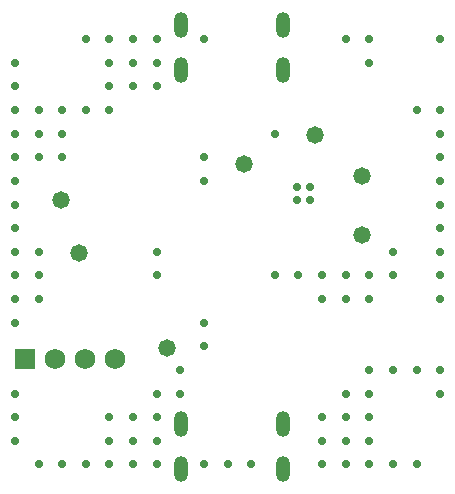
<source format=gbs>
G04*
G04 #@! TF.GenerationSoftware,Altium Limited,Altium Designer,25.8.1 (18)*
G04*
G04 Layer_Color=16711935*
%FSLAX25Y25*%
%MOIN*%
G70*
G04*
G04 #@! TF.SameCoordinates,5F4BCF80-B969-4178-B288-3F93E2E3A1E2*
G04*
G04*
G04 #@! TF.FilePolarity,Negative*
G04*
G01*
G75*
%ADD45O,0.04737X0.08674*%
%ADD46C,0.06902*%
%ADD47R,0.06902X0.06902*%
%ADD48C,0.02769*%
%ADD49C,0.05800*%
D45*
X95748Y137815D02*
D03*
Y152776D02*
D03*
Y19665D02*
D03*
Y4705D02*
D03*
X61732Y152776D02*
D03*
Y137815D02*
D03*
Y4705D02*
D03*
Y19665D02*
D03*
D46*
X19685Y41339D02*
D03*
X29685D02*
D03*
X39685D02*
D03*
D47*
X9685D02*
D03*
D48*
X148032Y148032D02*
D03*
Y124410D02*
D03*
Y116536D02*
D03*
Y108662D02*
D03*
Y100787D02*
D03*
Y92914D02*
D03*
Y85040D02*
D03*
Y77166D02*
D03*
Y69291D02*
D03*
Y61417D02*
D03*
Y37795D02*
D03*
Y29921D02*
D03*
X140158Y124410D02*
D03*
Y37795D02*
D03*
Y6299D02*
D03*
X132284Y77166D02*
D03*
Y69291D02*
D03*
Y37795D02*
D03*
Y6299D02*
D03*
X124410Y148032D02*
D03*
Y140158D02*
D03*
Y69291D02*
D03*
Y61417D02*
D03*
Y37795D02*
D03*
Y29921D02*
D03*
Y22047D02*
D03*
Y14173D02*
D03*
Y6299D02*
D03*
X116536Y148032D02*
D03*
Y69291D02*
D03*
Y61417D02*
D03*
Y29921D02*
D03*
Y22047D02*
D03*
Y14173D02*
D03*
Y6299D02*
D03*
X108662Y69291D02*
D03*
Y61417D02*
D03*
Y22047D02*
D03*
Y14173D02*
D03*
Y6299D02*
D03*
X100787Y69291D02*
D03*
X92914Y116536D02*
D03*
Y69291D02*
D03*
X85040Y6299D02*
D03*
X77166D02*
D03*
X69291Y148032D02*
D03*
Y108662D02*
D03*
Y100787D02*
D03*
Y53543D02*
D03*
Y45669D02*
D03*
Y6299D02*
D03*
X61417Y37795D02*
D03*
Y29921D02*
D03*
X53543Y148032D02*
D03*
Y140158D02*
D03*
Y132284D02*
D03*
Y77166D02*
D03*
Y69291D02*
D03*
Y29921D02*
D03*
Y22047D02*
D03*
Y14173D02*
D03*
Y6299D02*
D03*
X45669Y148032D02*
D03*
Y140158D02*
D03*
Y132284D02*
D03*
Y22047D02*
D03*
Y14173D02*
D03*
Y6299D02*
D03*
X37795Y148032D02*
D03*
Y140158D02*
D03*
Y132284D02*
D03*
Y124410D02*
D03*
Y22047D02*
D03*
Y14173D02*
D03*
Y6299D02*
D03*
X29921Y148032D02*
D03*
Y124410D02*
D03*
Y6299D02*
D03*
X22047Y124410D02*
D03*
Y116536D02*
D03*
Y108662D02*
D03*
Y6299D02*
D03*
X14173Y124410D02*
D03*
Y116536D02*
D03*
Y108662D02*
D03*
Y77166D02*
D03*
Y69291D02*
D03*
Y61417D02*
D03*
Y6299D02*
D03*
X6299Y140158D02*
D03*
Y132284D02*
D03*
Y124410D02*
D03*
Y116536D02*
D03*
Y108662D02*
D03*
Y100787D02*
D03*
Y92914D02*
D03*
Y85040D02*
D03*
Y77166D02*
D03*
Y69291D02*
D03*
Y61417D02*
D03*
Y53543D02*
D03*
Y29921D02*
D03*
Y22047D02*
D03*
Y14173D02*
D03*
X104528Y94291D02*
D03*
Y98622D02*
D03*
X100197Y94291D02*
D03*
Y98622D02*
D03*
D49*
X106299Y116142D02*
D03*
X122047Y102362D02*
D03*
Y82677D02*
D03*
X82677Y106299D02*
D03*
X21654Y94488D02*
D03*
X27559Y76772D02*
D03*
X57087Y45276D02*
D03*
M02*

</source>
